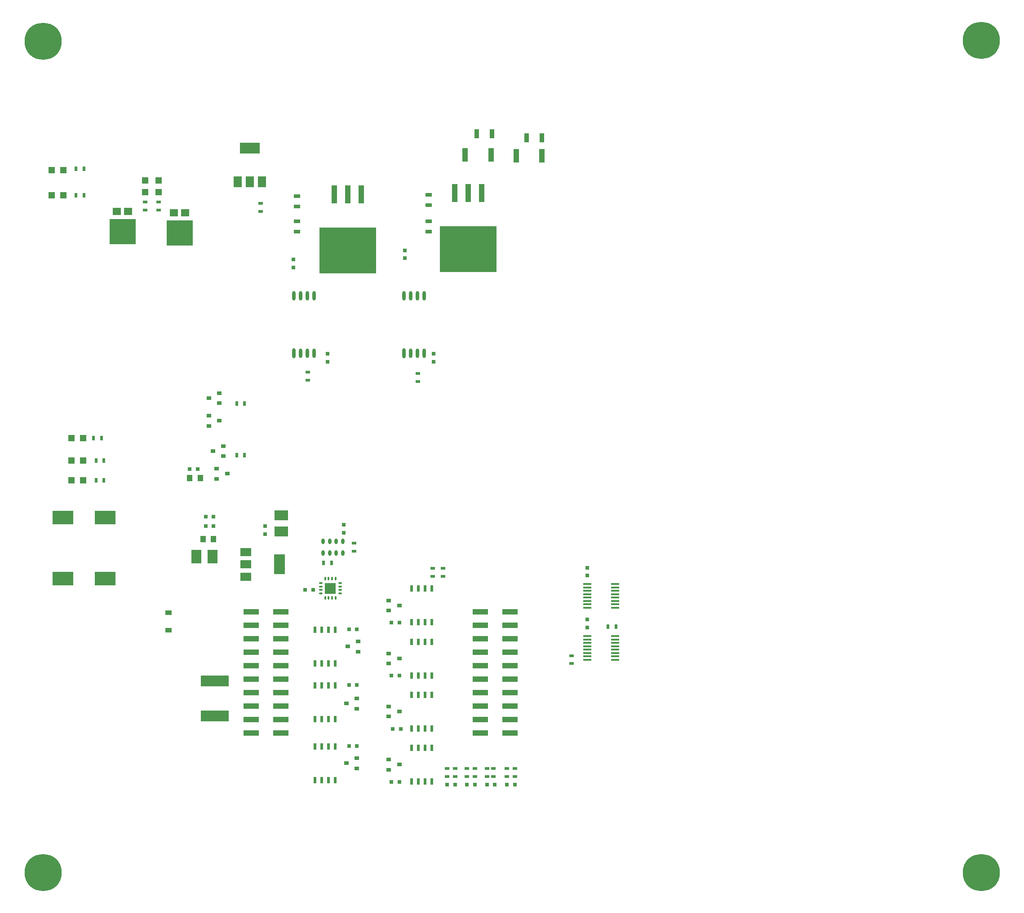
<source format=gbr>
G04 #@! TF.FileFunction,Paste,Top*
%FSLAX46Y46*%
G04 Gerber Fmt 4.6, Leading zero omitted, Abs format (unit mm)*
G04 Created by KiCad (PCBNEW 4.0.6) date 07/17/17 17:34:43*
%MOMM*%
%LPD*%
G01*
G04 APERTURE LIST*
%ADD10C,0.100000*%
%ADD11C,7.000000*%
%ADD12R,0.508000X1.143000*%
%ADD13R,4.000000X2.500000*%
%ADD14R,1.000000X1.250000*%
%ADD15R,0.800000X0.750000*%
%ADD16R,0.750000X0.800000*%
%ADD17R,2.500000X1.950000*%
%ADD18R,1.950000X2.500000*%
%ADD19R,1.200000X0.900000*%
%ADD20R,0.900000X0.800000*%
%ADD21R,0.900000X0.500000*%
%ADD22R,0.500000X0.900000*%
%ADD23R,0.900000X1.700000*%
%ADD24R,1.000000X2.500000*%
%ADD25R,1.300000X0.700000*%
%ADD26R,3.800000X2.000000*%
%ADD27R,1.500000X2.000000*%
%ADD28R,1.600000X0.410000*%
%ADD29R,2.000000X3.800000*%
%ADD30R,2.000000X1.500000*%
%ADD31R,1.200000X1.200000*%
%ADD32O,0.300000X0.720000*%
%ADD33O,0.720000X0.300000*%
%ADD34R,2.150000X2.150000*%
%ADD35O,0.600000X1.100000*%
%ADD36R,3.000000X1.000000*%
%ADD37R,4.900000X4.800000*%
%ADD38R,1.500000X1.350000*%
%ADD39R,5.300000X2.000000*%
%ADD40O,0.600000X1.800000*%
%ADD41O,0.600000X1.905000*%
%ADD42R,1.000000X3.400000*%
%ADD43R,10.700000X8.600000*%
G04 APERTURE END LIST*
D10*
D11*
X206400000Y-174400000D03*
X29600000Y-174400000D03*
X29600000Y-17600000D03*
X206400000Y-17400000D03*
D12*
X99095000Y-140825000D03*
X100365000Y-140825000D03*
X101635000Y-140825000D03*
X102905000Y-140825000D03*
X102905000Y-147175000D03*
X101635000Y-147175000D03*
X100365000Y-147175000D03*
X99095000Y-147175000D03*
D13*
X41350000Y-118900000D03*
X33350000Y-118900000D03*
D14*
X57250000Y-100000000D03*
X59250000Y-100000000D03*
D13*
X41350000Y-107400000D03*
X33350000Y-107400000D03*
D15*
X61750000Y-107230000D03*
X60250000Y-107230000D03*
X57250000Y-98250000D03*
X58750000Y-98250000D03*
D16*
X71500000Y-110500000D03*
X71500000Y-109000000D03*
D15*
X61750000Y-109000000D03*
X60250000Y-109000000D03*
D17*
X74500000Y-110025000D03*
X74500000Y-106975000D03*
D14*
X61750000Y-111500000D03*
X59750000Y-111500000D03*
D18*
X61525000Y-114750000D03*
X58475000Y-114750000D03*
D16*
X86250000Y-110250000D03*
X86250000Y-108750000D03*
D15*
X80500000Y-121000000D03*
X79000000Y-121000000D03*
X87250000Y-150500000D03*
X88750000Y-150500000D03*
X87250000Y-128500000D03*
X88750000Y-128500000D03*
X87250000Y-139000000D03*
X88750000Y-139000000D03*
X96750000Y-127250000D03*
X95250000Y-127250000D03*
X96750000Y-137250000D03*
X95250000Y-137250000D03*
X97000000Y-147250000D03*
X95500000Y-147250000D03*
X96750000Y-157250000D03*
X95250000Y-157250000D03*
D16*
X132200000Y-118350000D03*
X132200000Y-116850000D03*
X132200000Y-128150000D03*
X132200000Y-126650000D03*
D15*
X109500000Y-157750000D03*
X111000000Y-157750000D03*
X105750000Y-157750000D03*
X107250000Y-157750000D03*
X113250000Y-157750000D03*
X114750000Y-157750000D03*
X117000000Y-157750000D03*
X118500000Y-157750000D03*
D16*
X97750000Y-57000000D03*
X97750000Y-58500000D03*
X76750000Y-60250000D03*
X76750000Y-58750000D03*
X103250000Y-78000000D03*
X103250000Y-76500000D03*
X83250000Y-78000000D03*
X83250000Y-76500000D03*
D19*
X53250000Y-128650000D03*
X53250000Y-125350000D03*
D20*
X62350000Y-98200000D03*
X62350000Y-100100000D03*
X64350000Y-99150000D03*
X88750000Y-154700000D03*
X88750000Y-152800000D03*
X86750000Y-153750000D03*
X88750000Y-143450000D03*
X88750000Y-141550000D03*
X86750000Y-142500000D03*
X89000000Y-132700000D03*
X89000000Y-130800000D03*
X87000000Y-131750000D03*
X94750000Y-123050000D03*
X94750000Y-124950000D03*
X96750000Y-124000000D03*
X94750000Y-133050000D03*
X94750000Y-134950000D03*
X96750000Y-134000000D03*
X94750000Y-143050000D03*
X94750000Y-144950000D03*
X96750000Y-144000000D03*
X94750000Y-153050000D03*
X94750000Y-154950000D03*
X96750000Y-154000000D03*
D21*
X48850000Y-49400000D03*
X48850000Y-47900000D03*
X51350000Y-49400000D03*
X51350000Y-47900000D03*
D22*
X40600000Y-92400000D03*
X39100000Y-92400000D03*
X41100000Y-100400000D03*
X39600000Y-100400000D03*
X41100000Y-96650000D03*
X39600000Y-96650000D03*
X82500000Y-116000000D03*
X84000000Y-116000000D03*
D21*
X88250000Y-113750000D03*
X88250000Y-112250000D03*
X105000000Y-117000000D03*
X105000000Y-118500000D03*
X103000000Y-117000000D03*
X103000000Y-118500000D03*
X70600000Y-48150000D03*
X70600000Y-49650000D03*
X129200000Y-134950000D03*
X129200000Y-133450000D03*
D22*
X137550000Y-128000000D03*
X136050000Y-128000000D03*
D23*
X111350000Y-35000000D03*
X114250000Y-35000000D03*
D24*
X114050000Y-39000000D03*
X109150000Y-39000000D03*
D23*
X123650000Y-35800000D03*
X120750000Y-35800000D03*
D24*
X118750000Y-39200000D03*
X123650000Y-39200000D03*
D21*
X105750000Y-156250000D03*
X105750000Y-154750000D03*
X113250000Y-156250000D03*
X113250000Y-154750000D03*
X117000000Y-156250000D03*
X117000000Y-154750000D03*
X109500000Y-156250000D03*
X109500000Y-154750000D03*
X111000000Y-154750000D03*
X111000000Y-156250000D03*
X107250000Y-154750000D03*
X107250000Y-156250000D03*
X114500000Y-154750000D03*
X114500000Y-156250000D03*
X118500000Y-154750000D03*
X118500000Y-156250000D03*
D25*
X77500000Y-53450000D03*
X77500000Y-51550000D03*
X77500000Y-48700000D03*
X77500000Y-46800000D03*
X102250000Y-53450000D03*
X102250000Y-51550000D03*
X102250000Y-48450000D03*
X102250000Y-46550000D03*
D22*
X66100000Y-95650000D03*
X67600000Y-95650000D03*
D21*
X100250000Y-81750000D03*
X100250000Y-80250000D03*
X79500000Y-81500000D03*
X79500000Y-80000000D03*
D22*
X35850000Y-41650000D03*
X37350000Y-41650000D03*
D12*
X84655000Y-156925000D03*
X83385000Y-156925000D03*
X82115000Y-156925000D03*
X80845000Y-156925000D03*
X80845000Y-150575000D03*
X82115000Y-150575000D03*
X83385000Y-150575000D03*
X84655000Y-150575000D03*
X84655000Y-145425000D03*
X83385000Y-145425000D03*
X82115000Y-145425000D03*
X80845000Y-145425000D03*
X80845000Y-139075000D03*
X82115000Y-139075000D03*
X83385000Y-139075000D03*
X84655000Y-139075000D03*
X84655000Y-134925000D03*
X83385000Y-134925000D03*
X82115000Y-134925000D03*
X80845000Y-134925000D03*
X80845000Y-128575000D03*
X82115000Y-128575000D03*
X83385000Y-128575000D03*
X84655000Y-128575000D03*
X99095000Y-120825000D03*
X100365000Y-120825000D03*
X101635000Y-120825000D03*
X102905000Y-120825000D03*
X102905000Y-127175000D03*
X101635000Y-127175000D03*
X100365000Y-127175000D03*
X99095000Y-127175000D03*
X99095000Y-130825000D03*
X100365000Y-130825000D03*
X101635000Y-130825000D03*
X102905000Y-130825000D03*
X102905000Y-137175000D03*
X101635000Y-137175000D03*
X100365000Y-137175000D03*
X99095000Y-137175000D03*
X99095000Y-150825000D03*
X100365000Y-150825000D03*
X101635000Y-150825000D03*
X102905000Y-150825000D03*
X102905000Y-157175000D03*
X101635000Y-157175000D03*
X100365000Y-157175000D03*
X99095000Y-157175000D03*
D26*
X68600000Y-37750000D03*
D27*
X68600000Y-44050000D03*
X70900000Y-44050000D03*
X66300000Y-44050000D03*
D28*
X132145700Y-129777500D03*
X132145700Y-130412500D03*
X132145700Y-131047500D03*
X132145700Y-131682500D03*
X132145700Y-132317500D03*
X132145700Y-132952500D03*
X132145700Y-133587500D03*
X132145700Y-134222500D03*
X137454300Y-134222500D03*
X137454300Y-133587500D03*
X137454300Y-132952500D03*
X137454300Y-132317500D03*
X137454300Y-131682500D03*
X137454300Y-131047500D03*
X137454300Y-130412500D03*
X137454300Y-129777500D03*
X132145700Y-119977500D03*
X132145700Y-120612500D03*
X132145700Y-121247500D03*
X132145700Y-121882500D03*
X132145700Y-122517500D03*
X132145700Y-123152500D03*
X132145700Y-123787500D03*
X132145700Y-124422500D03*
X137454300Y-124422500D03*
X137454300Y-123787500D03*
X137454300Y-123152500D03*
X137454300Y-122517500D03*
X137454300Y-121882500D03*
X137454300Y-121247500D03*
X137454300Y-120612500D03*
X137454300Y-119977500D03*
D20*
X63600000Y-95850000D03*
X63600000Y-93950000D03*
X61600000Y-94900000D03*
D29*
X74150000Y-116250000D03*
D30*
X67850000Y-116250000D03*
X67850000Y-118550000D03*
X67850000Y-113950000D03*
D31*
X48850000Y-46000000D03*
X48850000Y-43800000D03*
X51350000Y-46000000D03*
X51350000Y-43800000D03*
X31250000Y-41900000D03*
X33450000Y-41900000D03*
X37200000Y-92400000D03*
X35000000Y-92400000D03*
X37200000Y-100400000D03*
X35000000Y-100400000D03*
X37200000Y-96650000D03*
X35000000Y-96650000D03*
D32*
X82775000Y-118935000D03*
X84725000Y-118935000D03*
D33*
X85565000Y-121725000D03*
X85565000Y-119775000D03*
X81935000Y-119775000D03*
X81935000Y-121725000D03*
D32*
X82775000Y-122565000D03*
X84725000Y-122565000D03*
D33*
X81935000Y-120425000D03*
X81935000Y-121075000D03*
X85565000Y-120425000D03*
D32*
X83425000Y-118935000D03*
X84075000Y-118935000D03*
D33*
X85565000Y-121075000D03*
D32*
X83425000Y-122565000D03*
X84075000Y-122565000D03*
D34*
X83750000Y-120750000D03*
D35*
X86125000Y-114100000D03*
X84875000Y-114100000D03*
X83625000Y-114100000D03*
X82375000Y-114100000D03*
X82375000Y-111900000D03*
X86125000Y-111900000D03*
X83625000Y-111900000D03*
X84875000Y-111900000D03*
D36*
X74410000Y-148040000D03*
X68870000Y-148040000D03*
X74410000Y-145500000D03*
X68870000Y-145500000D03*
X74410000Y-142960000D03*
X68870000Y-142960000D03*
X74410000Y-140420000D03*
X68870000Y-140420000D03*
X74410000Y-137880000D03*
X68870000Y-137880000D03*
X74410000Y-135340000D03*
X68870000Y-135340000D03*
X74410000Y-132800000D03*
X68870000Y-132800000D03*
X74410000Y-130260000D03*
X68870000Y-130260000D03*
X74410000Y-127720000D03*
X68870000Y-127720000D03*
X74410000Y-125180000D03*
X68870000Y-125180000D03*
X117590000Y-148040000D03*
X112050000Y-148040000D03*
X117590000Y-145500000D03*
X112050000Y-145500000D03*
X117590000Y-142960000D03*
X112050000Y-142960000D03*
X117590000Y-140420000D03*
X112050000Y-140420000D03*
X117590000Y-137880000D03*
X112050000Y-137880000D03*
X117590000Y-135340000D03*
X112050000Y-135340000D03*
X117590000Y-132800000D03*
X112050000Y-132800000D03*
X117590000Y-130260000D03*
X112050000Y-130260000D03*
X117590000Y-127720000D03*
X112050000Y-127720000D03*
X117590000Y-125180000D03*
X112050000Y-125180000D03*
D37*
X44600000Y-53510000D03*
D38*
X45640000Y-49705000D03*
X43560000Y-49705000D03*
D37*
X55350000Y-53760000D03*
D38*
X56390000Y-49955000D03*
X54310000Y-49955000D03*
D39*
X62000000Y-138200000D03*
X62000000Y-144800000D03*
D40*
X101405000Y-76450000D03*
X100135000Y-76450000D03*
X98865000Y-76450000D03*
D41*
X97600000Y-76450000D03*
D40*
X97595000Y-65550000D03*
X98865000Y-65550000D03*
X100135000Y-65550000D03*
X101405000Y-65550000D03*
X80655000Y-76450000D03*
X79385000Y-76450000D03*
X78115000Y-76450000D03*
D41*
X76850000Y-76450000D03*
D40*
X76845000Y-65550000D03*
X78115000Y-65550000D03*
X79385000Y-65550000D03*
X80655000Y-65550000D03*
D20*
X60850000Y-88200000D03*
X60850000Y-90100000D03*
X62850000Y-89150000D03*
D31*
X31250000Y-46650000D03*
X33450000Y-46650000D03*
D22*
X66100000Y-85900000D03*
X67600000Y-85900000D03*
X35850000Y-46650000D03*
X37350000Y-46650000D03*
D20*
X62850000Y-85850000D03*
X62850000Y-83950000D03*
X60850000Y-84900000D03*
D42*
X89540000Y-46450000D03*
X87000000Y-46450000D03*
X84460000Y-46450000D03*
D43*
X87000000Y-57050000D03*
D42*
X112290000Y-46200000D03*
X109750000Y-46200000D03*
X107210000Y-46200000D03*
D43*
X109750000Y-56800000D03*
M02*

</source>
